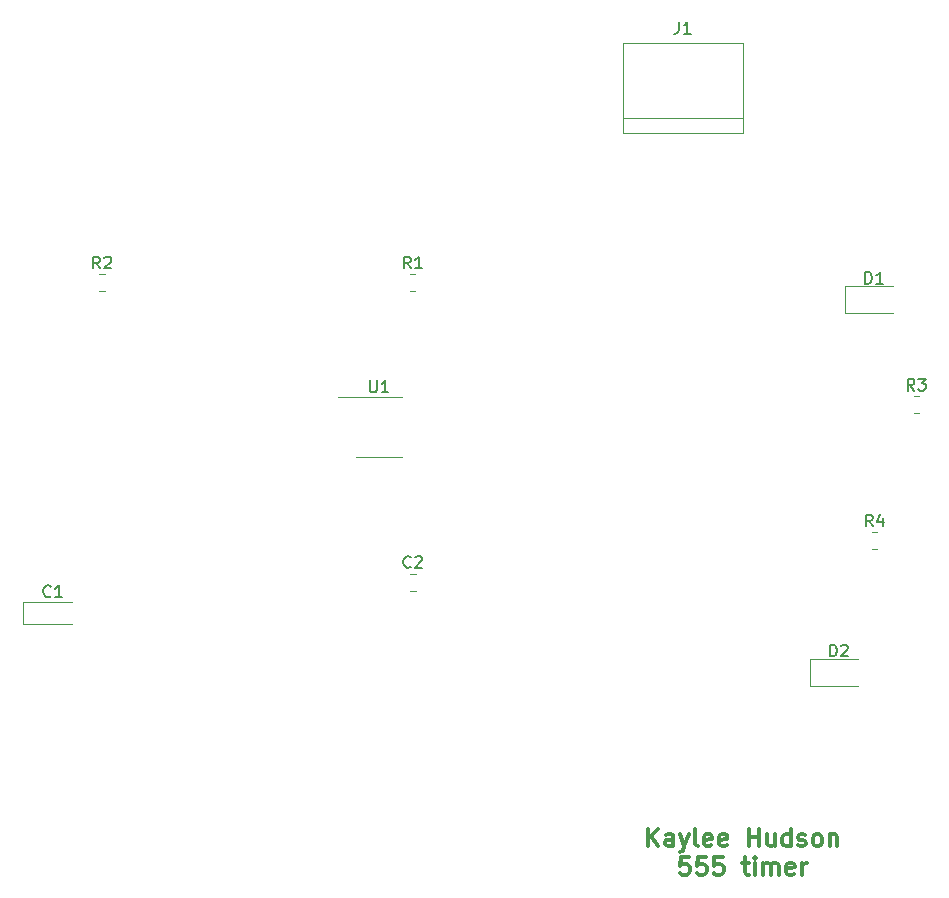
<source format=gbr>
%TF.GenerationSoftware,KiCad,Pcbnew,(6.0.10-0)*%
%TF.CreationDate,2023-02-17T09:22:20-08:00*%
%TF.ProjectId,exercise2_pcb,65786572-6369-4736-9532-5f7063622e6b,rev?*%
%TF.SameCoordinates,Original*%
%TF.FileFunction,Legend,Top*%
%TF.FilePolarity,Positive*%
%FSLAX46Y46*%
G04 Gerber Fmt 4.6, Leading zero omitted, Abs format (unit mm)*
G04 Created by KiCad (PCBNEW (6.0.10-0)) date 2023-02-17 09:22:20*
%MOMM*%
%LPD*%
G01*
G04 APERTURE LIST*
%ADD10C,0.300000*%
%ADD11C,0.150000*%
%ADD12C,0.120000*%
G04 APERTURE END LIST*
D10*
X139320000Y-126471071D02*
X139320000Y-124971071D01*
X140177142Y-126471071D02*
X139534285Y-125613928D01*
X140177142Y-124971071D02*
X139320000Y-125828214D01*
X141462857Y-126471071D02*
X141462857Y-125685357D01*
X141391428Y-125542500D01*
X141248571Y-125471071D01*
X140962857Y-125471071D01*
X140820000Y-125542500D01*
X141462857Y-126399642D02*
X141320000Y-126471071D01*
X140962857Y-126471071D01*
X140820000Y-126399642D01*
X140748571Y-126256785D01*
X140748571Y-126113928D01*
X140820000Y-125971071D01*
X140962857Y-125899642D01*
X141320000Y-125899642D01*
X141462857Y-125828214D01*
X142034285Y-125471071D02*
X142391428Y-126471071D01*
X142748571Y-125471071D02*
X142391428Y-126471071D01*
X142248571Y-126828214D01*
X142177142Y-126899642D01*
X142034285Y-126971071D01*
X143534285Y-126471071D02*
X143391428Y-126399642D01*
X143320000Y-126256785D01*
X143320000Y-124971071D01*
X144677142Y-126399642D02*
X144534285Y-126471071D01*
X144248571Y-126471071D01*
X144105714Y-126399642D01*
X144034285Y-126256785D01*
X144034285Y-125685357D01*
X144105714Y-125542500D01*
X144248571Y-125471071D01*
X144534285Y-125471071D01*
X144677142Y-125542500D01*
X144748571Y-125685357D01*
X144748571Y-125828214D01*
X144034285Y-125971071D01*
X145962857Y-126399642D02*
X145820000Y-126471071D01*
X145534285Y-126471071D01*
X145391428Y-126399642D01*
X145320000Y-126256785D01*
X145320000Y-125685357D01*
X145391428Y-125542500D01*
X145534285Y-125471071D01*
X145820000Y-125471071D01*
X145962857Y-125542500D01*
X146034285Y-125685357D01*
X146034285Y-125828214D01*
X145320000Y-125971071D01*
X147820000Y-126471071D02*
X147820000Y-124971071D01*
X147820000Y-125685357D02*
X148677142Y-125685357D01*
X148677142Y-126471071D02*
X148677142Y-124971071D01*
X150034285Y-125471071D02*
X150034285Y-126471071D01*
X149391428Y-125471071D02*
X149391428Y-126256785D01*
X149462857Y-126399642D01*
X149605714Y-126471071D01*
X149820000Y-126471071D01*
X149962857Y-126399642D01*
X150034285Y-126328214D01*
X151391428Y-126471071D02*
X151391428Y-124971071D01*
X151391428Y-126399642D02*
X151248571Y-126471071D01*
X150962857Y-126471071D01*
X150820000Y-126399642D01*
X150748571Y-126328214D01*
X150677142Y-126185357D01*
X150677142Y-125756785D01*
X150748571Y-125613928D01*
X150820000Y-125542500D01*
X150962857Y-125471071D01*
X151248571Y-125471071D01*
X151391428Y-125542500D01*
X152034285Y-126399642D02*
X152177142Y-126471071D01*
X152462857Y-126471071D01*
X152605714Y-126399642D01*
X152677142Y-126256785D01*
X152677142Y-126185357D01*
X152605714Y-126042500D01*
X152462857Y-125971071D01*
X152248571Y-125971071D01*
X152105714Y-125899642D01*
X152034285Y-125756785D01*
X152034285Y-125685357D01*
X152105714Y-125542500D01*
X152248571Y-125471071D01*
X152462857Y-125471071D01*
X152605714Y-125542500D01*
X153534285Y-126471071D02*
X153391428Y-126399642D01*
X153320000Y-126328214D01*
X153248571Y-126185357D01*
X153248571Y-125756785D01*
X153320000Y-125613928D01*
X153391428Y-125542500D01*
X153534285Y-125471071D01*
X153748571Y-125471071D01*
X153891428Y-125542500D01*
X153962857Y-125613928D01*
X154034285Y-125756785D01*
X154034285Y-126185357D01*
X153962857Y-126328214D01*
X153891428Y-126399642D01*
X153748571Y-126471071D01*
X153534285Y-126471071D01*
X154677142Y-125471071D02*
X154677142Y-126471071D01*
X154677142Y-125613928D02*
X154748571Y-125542500D01*
X154891428Y-125471071D01*
X155105714Y-125471071D01*
X155248571Y-125542500D01*
X155320000Y-125685357D01*
X155320000Y-126471071D01*
X142784285Y-127386071D02*
X142070000Y-127386071D01*
X141998571Y-128100357D01*
X142070000Y-128028928D01*
X142212857Y-127957500D01*
X142570000Y-127957500D01*
X142712857Y-128028928D01*
X142784285Y-128100357D01*
X142855714Y-128243214D01*
X142855714Y-128600357D01*
X142784285Y-128743214D01*
X142712857Y-128814642D01*
X142570000Y-128886071D01*
X142212857Y-128886071D01*
X142070000Y-128814642D01*
X141998571Y-128743214D01*
X144212857Y-127386071D02*
X143498571Y-127386071D01*
X143427142Y-128100357D01*
X143498571Y-128028928D01*
X143641428Y-127957500D01*
X143998571Y-127957500D01*
X144141428Y-128028928D01*
X144212857Y-128100357D01*
X144284285Y-128243214D01*
X144284285Y-128600357D01*
X144212857Y-128743214D01*
X144141428Y-128814642D01*
X143998571Y-128886071D01*
X143641428Y-128886071D01*
X143498571Y-128814642D01*
X143427142Y-128743214D01*
X145641428Y-127386071D02*
X144927142Y-127386071D01*
X144855714Y-128100357D01*
X144927142Y-128028928D01*
X145070000Y-127957500D01*
X145427142Y-127957500D01*
X145570000Y-128028928D01*
X145641428Y-128100357D01*
X145712857Y-128243214D01*
X145712857Y-128600357D01*
X145641428Y-128743214D01*
X145570000Y-128814642D01*
X145427142Y-128886071D01*
X145070000Y-128886071D01*
X144927142Y-128814642D01*
X144855714Y-128743214D01*
X147284285Y-127886071D02*
X147855714Y-127886071D01*
X147498571Y-127386071D02*
X147498571Y-128671785D01*
X147570000Y-128814642D01*
X147712857Y-128886071D01*
X147855714Y-128886071D01*
X148355714Y-128886071D02*
X148355714Y-127886071D01*
X148355714Y-127386071D02*
X148284285Y-127457500D01*
X148355714Y-127528928D01*
X148427142Y-127457500D01*
X148355714Y-127386071D01*
X148355714Y-127528928D01*
X149070000Y-128886071D02*
X149070000Y-127886071D01*
X149070000Y-128028928D02*
X149141428Y-127957500D01*
X149284285Y-127886071D01*
X149498571Y-127886071D01*
X149641428Y-127957500D01*
X149712857Y-128100357D01*
X149712857Y-128886071D01*
X149712857Y-128100357D02*
X149784285Y-127957500D01*
X149927142Y-127886071D01*
X150141428Y-127886071D01*
X150284285Y-127957500D01*
X150355714Y-128100357D01*
X150355714Y-128886071D01*
X151641428Y-128814642D02*
X151498571Y-128886071D01*
X151212857Y-128886071D01*
X151070000Y-128814642D01*
X150998571Y-128671785D01*
X150998571Y-128100357D01*
X151070000Y-127957500D01*
X151212857Y-127886071D01*
X151498571Y-127886071D01*
X151641428Y-127957500D01*
X151712857Y-128100357D01*
X151712857Y-128243214D01*
X150998571Y-128386071D01*
X152355714Y-128886071D02*
X152355714Y-127886071D01*
X152355714Y-128171785D02*
X152427142Y-128028928D01*
X152498571Y-127957500D01*
X152641428Y-127886071D01*
X152784285Y-127886071D01*
D11*
%TO.C,J1*%
X141906666Y-56662380D02*
X141906666Y-57376666D01*
X141859047Y-57519523D01*
X141763809Y-57614761D01*
X141620952Y-57662380D01*
X141525714Y-57662380D01*
X142906666Y-57662380D02*
X142335238Y-57662380D01*
X142620952Y-57662380D02*
X142620952Y-56662380D01*
X142525714Y-56805238D01*
X142430476Y-56900476D01*
X142335238Y-56948095D01*
%TO.C,C2*%
X119213333Y-102817142D02*
X119165714Y-102864761D01*
X119022857Y-102912380D01*
X118927619Y-102912380D01*
X118784761Y-102864761D01*
X118689523Y-102769523D01*
X118641904Y-102674285D01*
X118594285Y-102483809D01*
X118594285Y-102340952D01*
X118641904Y-102150476D01*
X118689523Y-102055238D01*
X118784761Y-101960000D01*
X118927619Y-101912380D01*
X119022857Y-101912380D01*
X119165714Y-101960000D01*
X119213333Y-102007619D01*
X119594285Y-102007619D02*
X119641904Y-101960000D01*
X119737142Y-101912380D01*
X119975238Y-101912380D01*
X120070476Y-101960000D01*
X120118095Y-102007619D01*
X120165714Y-102102857D01*
X120165714Y-102198095D01*
X120118095Y-102340952D01*
X119546666Y-102912380D01*
X120165714Y-102912380D01*
%TO.C,D1*%
X157681904Y-78832380D02*
X157681904Y-77832380D01*
X157920000Y-77832380D01*
X158062857Y-77880000D01*
X158158095Y-77975238D01*
X158205714Y-78070476D01*
X158253333Y-78260952D01*
X158253333Y-78403809D01*
X158205714Y-78594285D01*
X158158095Y-78689523D01*
X158062857Y-78784761D01*
X157920000Y-78832380D01*
X157681904Y-78832380D01*
X159205714Y-78832380D02*
X158634285Y-78832380D01*
X158920000Y-78832380D02*
X158920000Y-77832380D01*
X158824761Y-77975238D01*
X158729523Y-78070476D01*
X158634285Y-78118095D01*
%TO.C,D2*%
X154714404Y-110392380D02*
X154714404Y-109392380D01*
X154952500Y-109392380D01*
X155095357Y-109440000D01*
X155190595Y-109535238D01*
X155238214Y-109630476D01*
X155285833Y-109820952D01*
X155285833Y-109963809D01*
X155238214Y-110154285D01*
X155190595Y-110249523D01*
X155095357Y-110344761D01*
X154952500Y-110392380D01*
X154714404Y-110392380D01*
X155666785Y-109487619D02*
X155714404Y-109440000D01*
X155809642Y-109392380D01*
X156047738Y-109392380D01*
X156142976Y-109440000D01*
X156190595Y-109487619D01*
X156238214Y-109582857D01*
X156238214Y-109678095D01*
X156190595Y-109820952D01*
X155619166Y-110392380D01*
X156238214Y-110392380D01*
%TO.C,R4*%
X158322141Y-99382380D02*
X157988808Y-98906190D01*
X157750712Y-99382380D02*
X157750712Y-98382380D01*
X158131665Y-98382380D01*
X158226903Y-98430000D01*
X158274522Y-98477619D01*
X158322141Y-98572857D01*
X158322141Y-98715714D01*
X158274522Y-98810952D01*
X158226903Y-98858571D01*
X158131665Y-98906190D01*
X157750712Y-98906190D01*
X159179284Y-98715714D02*
X159179284Y-99382380D01*
X158941188Y-98334761D02*
X158703093Y-99049047D01*
X159322141Y-99049047D01*
%TO.C,R3*%
X161853333Y-87882380D02*
X161520000Y-87406190D01*
X161281904Y-87882380D02*
X161281904Y-86882380D01*
X161662857Y-86882380D01*
X161758095Y-86930000D01*
X161805714Y-86977619D01*
X161853333Y-87072857D01*
X161853333Y-87215714D01*
X161805714Y-87310952D01*
X161758095Y-87358571D01*
X161662857Y-87406190D01*
X161281904Y-87406190D01*
X162186666Y-86882380D02*
X162805714Y-86882380D01*
X162472380Y-87263333D01*
X162615238Y-87263333D01*
X162710476Y-87310952D01*
X162758095Y-87358571D01*
X162805714Y-87453809D01*
X162805714Y-87691904D01*
X162758095Y-87787142D01*
X162710476Y-87834761D01*
X162615238Y-87882380D01*
X162329523Y-87882380D01*
X162234285Y-87834761D01*
X162186666Y-87787142D01*
%TO.C,U1*%
X115758095Y-87029880D02*
X115758095Y-87839404D01*
X115805714Y-87934642D01*
X115853333Y-87982261D01*
X115948571Y-88029880D01*
X116139047Y-88029880D01*
X116234285Y-87982261D01*
X116281904Y-87934642D01*
X116329523Y-87839404D01*
X116329523Y-87029880D01*
X117329523Y-88029880D02*
X116758095Y-88029880D01*
X117043809Y-88029880D02*
X117043809Y-87029880D01*
X116948571Y-87172738D01*
X116853333Y-87267976D01*
X116758095Y-87315595D01*
%TO.C,R1*%
X119213333Y-77542380D02*
X118880000Y-77066190D01*
X118641904Y-77542380D02*
X118641904Y-76542380D01*
X119022857Y-76542380D01*
X119118095Y-76590000D01*
X119165714Y-76637619D01*
X119213333Y-76732857D01*
X119213333Y-76875714D01*
X119165714Y-76970952D01*
X119118095Y-77018571D01*
X119022857Y-77066190D01*
X118641904Y-77066190D01*
X120165714Y-77542380D02*
X119594285Y-77542380D01*
X119880000Y-77542380D02*
X119880000Y-76542380D01*
X119784761Y-76685238D01*
X119689523Y-76780476D01*
X119594285Y-76828095D01*
%TO.C,C1*%
X88733333Y-105287142D02*
X88685714Y-105334761D01*
X88542857Y-105382380D01*
X88447619Y-105382380D01*
X88304761Y-105334761D01*
X88209523Y-105239523D01*
X88161904Y-105144285D01*
X88114285Y-104953809D01*
X88114285Y-104810952D01*
X88161904Y-104620476D01*
X88209523Y-104525238D01*
X88304761Y-104430000D01*
X88447619Y-104382380D01*
X88542857Y-104382380D01*
X88685714Y-104430000D01*
X88733333Y-104477619D01*
X89685714Y-105382380D02*
X89114285Y-105382380D01*
X89400000Y-105382380D02*
X89400000Y-104382380D01*
X89304761Y-104525238D01*
X89209523Y-104620476D01*
X89114285Y-104668095D01*
%TO.C,R2*%
X92899205Y-77542380D02*
X92565872Y-77066190D01*
X92327776Y-77542380D02*
X92327776Y-76542380D01*
X92708729Y-76542380D01*
X92803967Y-76590000D01*
X92851586Y-76637619D01*
X92899205Y-76732857D01*
X92899205Y-76875714D01*
X92851586Y-76970952D01*
X92803967Y-77018571D01*
X92708729Y-77066190D01*
X92327776Y-77066190D01*
X93280157Y-76637619D02*
X93327776Y-76590000D01*
X93423014Y-76542380D01*
X93661110Y-76542380D01*
X93756348Y-76590000D01*
X93803967Y-76637619D01*
X93851586Y-76732857D01*
X93851586Y-76828095D01*
X93803967Y-76970952D01*
X93232538Y-77542380D01*
X93851586Y-77542380D01*
D12*
%TO.C,J1*%
X137160000Y-58480000D02*
X137160000Y-66100000D01*
X147320000Y-64830000D02*
X137160000Y-64830000D01*
X147320000Y-66100000D02*
X147320000Y-58480000D01*
X137160000Y-66100000D02*
X147320000Y-66100000D01*
X147320000Y-58480000D02*
X137160000Y-58480000D01*
%TO.C,C2*%
X119118748Y-103405000D02*
X119641252Y-103405000D01*
X119118748Y-104875000D02*
X119641252Y-104875000D01*
%TO.C,D1*%
X155960000Y-79065000D02*
X155960000Y-81335000D01*
X160020000Y-79065000D02*
X155960000Y-79065000D01*
X155960000Y-81335000D02*
X160020000Y-81335000D01*
%TO.C,D2*%
X152992500Y-112895000D02*
X157052500Y-112895000D01*
X157052500Y-110625000D02*
X152992500Y-110625000D01*
X152992500Y-110625000D02*
X152992500Y-112895000D01*
%TO.C,R4*%
X158261744Y-101315000D02*
X158715872Y-101315000D01*
X158261744Y-99845000D02*
X158715872Y-99845000D01*
%TO.C,R3*%
X161792936Y-88345000D02*
X162247064Y-88345000D01*
X161792936Y-89815000D02*
X162247064Y-89815000D01*
%TO.C,U1*%
X116520000Y-88417500D02*
X113070000Y-88417500D01*
X116520000Y-93537500D02*
X118470000Y-93537500D01*
X116520000Y-93537500D02*
X114570000Y-93537500D01*
X116520000Y-88417500D02*
X118470000Y-88417500D01*
%TO.C,R1*%
X119152936Y-78005000D02*
X119607064Y-78005000D01*
X119152936Y-79475000D02*
X119607064Y-79475000D01*
%TO.C,C1*%
X90500000Y-105745000D02*
X86415000Y-105745000D01*
X86415000Y-105745000D02*
X86415000Y-107615000D01*
X86415000Y-107615000D02*
X90500000Y-107615000D01*
%TO.C,R2*%
X92838808Y-78005000D02*
X93292936Y-78005000D01*
X92838808Y-79475000D02*
X93292936Y-79475000D01*
%TD*%
M02*

</source>
